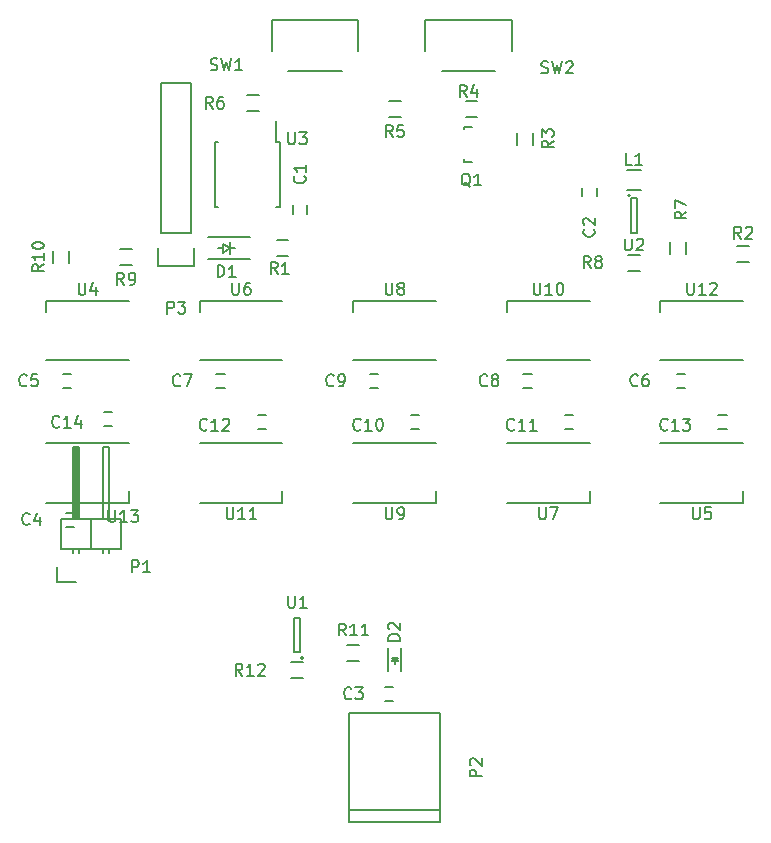
<source format=gto>
G04 #@! TF.FileFunction,Legend,Top*
%FSLAX46Y46*%
G04 Gerber Fmt 4.6, Leading zero omitted, Abs format (unit mm)*
G04 Created by KiCad (PCBNEW 4.0.2-stable) date 2016. 09. 14. 22:41:56*
%MOMM*%
G01*
G04 APERTURE LIST*
%ADD10C,0.100000*%
%ADD11C,0.150000*%
G04 APERTURE END LIST*
D10*
D11*
X41400000Y-34100000D02*
X41400000Y-33400000D01*
X42600000Y-33400000D02*
X42600000Y-34100000D01*
X67100000Y-31900000D02*
X67100000Y-32600000D01*
X65900000Y-32600000D02*
X65900000Y-31900000D01*
X49150000Y-74150000D02*
X49850000Y-74150000D01*
X49850000Y-75350000D02*
X49150000Y-75350000D01*
X22850000Y-60600000D02*
X22150000Y-60600000D01*
X22150000Y-59400000D02*
X22850000Y-59400000D01*
X22600000Y-48850000D02*
X21900000Y-48850000D01*
X21900000Y-47650000D02*
X22600000Y-47650000D01*
X77400000Y-51150000D02*
X78100000Y-51150000D01*
X78100000Y-52350000D02*
X77400000Y-52350000D01*
X35600000Y-48850000D02*
X34900000Y-48850000D01*
X34900000Y-47650000D02*
X35600000Y-47650000D01*
X64400000Y-51150000D02*
X65100000Y-51150000D01*
X65100000Y-52350000D02*
X64400000Y-52350000D01*
X48600000Y-48850000D02*
X47900000Y-48850000D01*
X47900000Y-47650000D02*
X48600000Y-47650000D01*
X51400000Y-51150000D02*
X52100000Y-51150000D01*
X52100000Y-52350000D02*
X51400000Y-52350000D01*
X61600000Y-48850000D02*
X60900000Y-48850000D01*
X60900000Y-47650000D02*
X61600000Y-47650000D01*
X38400000Y-51150000D02*
X39100000Y-51150000D01*
X39100000Y-52350000D02*
X38400000Y-52350000D01*
X74600000Y-48850000D02*
X73900000Y-48850000D01*
X73900000Y-47650000D02*
X74600000Y-47650000D01*
X25400000Y-50900000D02*
X26100000Y-50900000D01*
X26100000Y-52100000D02*
X25400000Y-52100000D01*
X35432500Y-37000000D02*
X35051500Y-37000000D01*
X36448500Y-37000000D02*
X36067500Y-37000000D01*
X36067500Y-37000000D02*
X35432500Y-37381000D01*
X35432500Y-37381000D02*
X35432500Y-36619000D01*
X35432500Y-36619000D02*
X36067500Y-37000000D01*
X36067500Y-37508000D02*
X36067500Y-36492000D01*
X37750000Y-36100000D02*
X34210000Y-36100000D01*
X37750000Y-37900000D02*
X34210000Y-37900000D01*
X69650000Y-30375000D02*
X70850000Y-30375000D01*
X70850000Y-32125000D02*
X69650000Y-32125000D01*
X21450000Y-65300000D02*
X23000000Y-65300000D01*
X21450000Y-64000000D02*
X21450000Y-65300000D01*
X22873000Y-59809000D02*
X22873000Y-53967000D01*
X22873000Y-53967000D02*
X23127000Y-53967000D01*
X23127000Y-53967000D02*
X23127000Y-59809000D01*
X23127000Y-59809000D02*
X23000000Y-59809000D01*
X23000000Y-59809000D02*
X23000000Y-53967000D01*
X22746000Y-62476000D02*
X22746000Y-62857000D01*
X23254000Y-62476000D02*
X23254000Y-62857000D01*
X25286000Y-62476000D02*
X25286000Y-62857000D01*
X25794000Y-62476000D02*
X25794000Y-62857000D01*
X21730000Y-62476000D02*
X21730000Y-59936000D01*
X24270000Y-62476000D02*
X24270000Y-59936000D01*
X24270000Y-62476000D02*
X26810000Y-62476000D01*
X26810000Y-62476000D02*
X26810000Y-59936000D01*
X25286000Y-59936000D02*
X25286000Y-53840000D01*
X25286000Y-53840000D02*
X25794000Y-53840000D01*
X25794000Y-53840000D02*
X25794000Y-59936000D01*
X26810000Y-59936000D02*
X24270000Y-59936000D01*
X24270000Y-59936000D02*
X21730000Y-59936000D01*
X23254000Y-53840000D02*
X23254000Y-59936000D01*
X22746000Y-53840000D02*
X23254000Y-53840000D01*
X22746000Y-59936000D02*
X22746000Y-53840000D01*
X24270000Y-62476000D02*
X24270000Y-59936000D01*
X21730000Y-62476000D02*
X24270000Y-62476000D01*
X46149360Y-84599180D02*
X53850640Y-84599180D01*
X46149360Y-85599940D02*
X53850640Y-85599940D01*
X53850640Y-85599940D02*
X53850640Y-76400060D01*
X53850640Y-76400060D02*
X46149360Y-76400060D01*
X46149360Y-76400060D02*
X46149360Y-85599940D01*
X30230000Y-35730000D02*
X30230000Y-23030000D01*
X30230000Y-23030000D02*
X32770000Y-23030000D01*
X32770000Y-23030000D02*
X32770000Y-35730000D01*
X29950000Y-38550000D02*
X29950000Y-37000000D01*
X30230000Y-35730000D02*
X32770000Y-35730000D01*
X33050000Y-37000000D02*
X33050000Y-38550000D01*
X33050000Y-38550000D02*
X29950000Y-38550000D01*
X56550800Y-29749820D02*
X55849760Y-29749820D01*
X55849760Y-29749820D02*
X55849760Y-29500900D01*
X55849760Y-26950840D02*
X55849760Y-26750180D01*
X55849760Y-26750180D02*
X56550800Y-26750180D01*
X41000000Y-37675000D02*
X40000000Y-37675000D01*
X40000000Y-36325000D02*
X41000000Y-36325000D01*
X79000000Y-36825000D02*
X80000000Y-36825000D01*
X80000000Y-38175000D02*
X79000000Y-38175000D01*
X61675000Y-27250000D02*
X61675000Y-28250000D01*
X60325000Y-28250000D02*
X60325000Y-27250000D01*
X57000000Y-25925000D02*
X56000000Y-25925000D01*
X56000000Y-24575000D02*
X57000000Y-24575000D01*
X49500000Y-24575000D02*
X50500000Y-24575000D01*
X50500000Y-25925000D02*
X49500000Y-25925000D01*
X38500000Y-25425000D02*
X37500000Y-25425000D01*
X37500000Y-24075000D02*
X38500000Y-24075000D01*
X73325000Y-37500000D02*
X73325000Y-36500000D01*
X74675000Y-36500000D02*
X74675000Y-37500000D01*
X69750000Y-37575000D02*
X70750000Y-37575000D01*
X70750000Y-38925000D02*
X69750000Y-38925000D01*
X26750000Y-37075000D02*
X27750000Y-37075000D01*
X27750000Y-38425000D02*
X26750000Y-38425000D01*
X22425000Y-37250000D02*
X22425000Y-38250000D01*
X21075000Y-38250000D02*
X21075000Y-37250000D01*
X39603000Y-17730000D02*
X46900000Y-17730000D01*
X46900000Y-17730000D02*
X46900000Y-20300000D01*
X41000000Y-22030000D02*
X45500000Y-22030000D01*
X39603000Y-17730000D02*
X39603000Y-20300000D01*
X52603000Y-17730000D02*
X59900000Y-17730000D01*
X59900000Y-17730000D02*
X59900000Y-20300000D01*
X54000000Y-22030000D02*
X58500000Y-22030000D01*
X52603000Y-17730000D02*
X52603000Y-20300000D01*
X42250000Y-71700000D02*
G75*
G03X42250000Y-71700000I-100000J0D01*
G01*
X41500000Y-71200000D02*
X42000000Y-71200000D01*
X41500000Y-68300000D02*
X41500000Y-71200000D01*
X42000000Y-68300000D02*
X41500000Y-68300000D01*
X42000000Y-71200000D02*
X42000000Y-68300000D01*
X69950000Y-32550000D02*
G75*
G03X69950000Y-32550000I-100000J0D01*
G01*
X70500000Y-32800000D02*
X70000000Y-32800000D01*
X70500000Y-35700000D02*
X70500000Y-32800000D01*
X70000000Y-35700000D02*
X70500000Y-35700000D01*
X70000000Y-32800000D02*
X70000000Y-35700000D01*
X40255000Y-28000000D02*
X39955000Y-28000000D01*
X40255000Y-33500000D02*
X39955000Y-33500000D01*
X34745000Y-33500000D02*
X35045000Y-33500000D01*
X34745000Y-28000000D02*
X35045000Y-28000000D01*
X40255000Y-28000000D02*
X40255000Y-33500000D01*
X34745000Y-28000000D02*
X34745000Y-33500000D01*
X39955000Y-28000000D02*
X39955000Y-26250000D01*
X20500000Y-46500000D02*
X27500000Y-46500000D01*
X20500000Y-42450000D02*
X20500000Y-41450000D01*
X20500000Y-41450000D02*
X27500000Y-41450000D01*
X79500000Y-53500000D02*
X72500000Y-53500000D01*
X79500000Y-57550000D02*
X79500000Y-58550000D01*
X79500000Y-58550000D02*
X72500000Y-58550000D01*
X33500000Y-46500000D02*
X40500000Y-46500000D01*
X33500000Y-42450000D02*
X33500000Y-41450000D01*
X33500000Y-41450000D02*
X40500000Y-41450000D01*
X66500000Y-53500000D02*
X59500000Y-53500000D01*
X66500000Y-57550000D02*
X66500000Y-58550000D01*
X66500000Y-58550000D02*
X59500000Y-58550000D01*
X46500000Y-46500000D02*
X53500000Y-46500000D01*
X46500000Y-42450000D02*
X46500000Y-41450000D01*
X46500000Y-41450000D02*
X53500000Y-41450000D01*
X53500000Y-53500000D02*
X46500000Y-53500000D01*
X53500000Y-57550000D02*
X53500000Y-58550000D01*
X53500000Y-58550000D02*
X46500000Y-58550000D01*
X59500000Y-46500000D02*
X66500000Y-46500000D01*
X59500000Y-42450000D02*
X59500000Y-41450000D01*
X59500000Y-41450000D02*
X66500000Y-41450000D01*
X40500000Y-53500000D02*
X33500000Y-53500000D01*
X40500000Y-57550000D02*
X40500000Y-58550000D01*
X40500000Y-58550000D02*
X33500000Y-58550000D01*
X72500000Y-46500000D02*
X79500000Y-46500000D01*
X72500000Y-42450000D02*
X72500000Y-41450000D01*
X72500000Y-41450000D02*
X79500000Y-41450000D01*
X27500000Y-53500000D02*
X20500000Y-53500000D01*
X27500000Y-57550000D02*
X27500000Y-58550000D01*
X27500000Y-58550000D02*
X20500000Y-58550000D01*
X49450000Y-70900000D02*
X49450000Y-72800000D01*
X50550000Y-70900000D02*
X50550000Y-72800000D01*
X50000000Y-71800000D02*
X50000000Y-72250000D01*
X50250000Y-71750000D02*
X49750000Y-71750000D01*
X50000000Y-71750000D02*
X50250000Y-72000000D01*
X50250000Y-72000000D02*
X49750000Y-72000000D01*
X49750000Y-72000000D02*
X50000000Y-71750000D01*
X47000000Y-71925000D02*
X46000000Y-71925000D01*
X46000000Y-70575000D02*
X47000000Y-70575000D01*
X42250000Y-73425000D02*
X41250000Y-73425000D01*
X41250000Y-72075000D02*
X42250000Y-72075000D01*
X42357143Y-30916666D02*
X42404762Y-30964285D01*
X42452381Y-31107142D01*
X42452381Y-31202380D01*
X42404762Y-31345238D01*
X42309524Y-31440476D01*
X42214286Y-31488095D01*
X42023810Y-31535714D01*
X41880952Y-31535714D01*
X41690476Y-31488095D01*
X41595238Y-31440476D01*
X41500000Y-31345238D01*
X41452381Y-31202380D01*
X41452381Y-31107142D01*
X41500000Y-30964285D01*
X41547619Y-30916666D01*
X42452381Y-29964285D02*
X42452381Y-30535714D01*
X42452381Y-30250000D02*
X41452381Y-30250000D01*
X41595238Y-30345238D01*
X41690476Y-30440476D01*
X41738095Y-30535714D01*
X66857143Y-35416666D02*
X66904762Y-35464285D01*
X66952381Y-35607142D01*
X66952381Y-35702380D01*
X66904762Y-35845238D01*
X66809524Y-35940476D01*
X66714286Y-35988095D01*
X66523810Y-36035714D01*
X66380952Y-36035714D01*
X66190476Y-35988095D01*
X66095238Y-35940476D01*
X66000000Y-35845238D01*
X65952381Y-35702380D01*
X65952381Y-35607142D01*
X66000000Y-35464285D01*
X66047619Y-35416666D01*
X66047619Y-35035714D02*
X66000000Y-34988095D01*
X65952381Y-34892857D01*
X65952381Y-34654761D01*
X66000000Y-34559523D01*
X66047619Y-34511904D01*
X66142857Y-34464285D01*
X66238095Y-34464285D01*
X66380952Y-34511904D01*
X66952381Y-35083333D01*
X66952381Y-34464285D01*
X46333334Y-75107143D02*
X46285715Y-75154762D01*
X46142858Y-75202381D01*
X46047620Y-75202381D01*
X45904762Y-75154762D01*
X45809524Y-75059524D01*
X45761905Y-74964286D01*
X45714286Y-74773810D01*
X45714286Y-74630952D01*
X45761905Y-74440476D01*
X45809524Y-74345238D01*
X45904762Y-74250000D01*
X46047620Y-74202381D01*
X46142858Y-74202381D01*
X46285715Y-74250000D01*
X46333334Y-74297619D01*
X46666667Y-74202381D02*
X47285715Y-74202381D01*
X46952381Y-74583333D01*
X47095239Y-74583333D01*
X47190477Y-74630952D01*
X47238096Y-74678571D01*
X47285715Y-74773810D01*
X47285715Y-75011905D01*
X47238096Y-75107143D01*
X47190477Y-75154762D01*
X47095239Y-75202381D01*
X46809524Y-75202381D01*
X46714286Y-75154762D01*
X46666667Y-75107143D01*
X19083334Y-60357143D02*
X19035715Y-60404762D01*
X18892858Y-60452381D01*
X18797620Y-60452381D01*
X18654762Y-60404762D01*
X18559524Y-60309524D01*
X18511905Y-60214286D01*
X18464286Y-60023810D01*
X18464286Y-59880952D01*
X18511905Y-59690476D01*
X18559524Y-59595238D01*
X18654762Y-59500000D01*
X18797620Y-59452381D01*
X18892858Y-59452381D01*
X19035715Y-59500000D01*
X19083334Y-59547619D01*
X19940477Y-59785714D02*
X19940477Y-60452381D01*
X19702381Y-59404762D02*
X19464286Y-60119048D01*
X20083334Y-60119048D01*
X18833334Y-48607143D02*
X18785715Y-48654762D01*
X18642858Y-48702381D01*
X18547620Y-48702381D01*
X18404762Y-48654762D01*
X18309524Y-48559524D01*
X18261905Y-48464286D01*
X18214286Y-48273810D01*
X18214286Y-48130952D01*
X18261905Y-47940476D01*
X18309524Y-47845238D01*
X18404762Y-47750000D01*
X18547620Y-47702381D01*
X18642858Y-47702381D01*
X18785715Y-47750000D01*
X18833334Y-47797619D01*
X19738096Y-47702381D02*
X19261905Y-47702381D01*
X19214286Y-48178571D01*
X19261905Y-48130952D01*
X19357143Y-48083333D01*
X19595239Y-48083333D01*
X19690477Y-48130952D01*
X19738096Y-48178571D01*
X19785715Y-48273810D01*
X19785715Y-48511905D01*
X19738096Y-48607143D01*
X19690477Y-48654762D01*
X19595239Y-48702381D01*
X19357143Y-48702381D01*
X19261905Y-48654762D01*
X19214286Y-48607143D01*
X70583334Y-48607143D02*
X70535715Y-48654762D01*
X70392858Y-48702381D01*
X70297620Y-48702381D01*
X70154762Y-48654762D01*
X70059524Y-48559524D01*
X70011905Y-48464286D01*
X69964286Y-48273810D01*
X69964286Y-48130952D01*
X70011905Y-47940476D01*
X70059524Y-47845238D01*
X70154762Y-47750000D01*
X70297620Y-47702381D01*
X70392858Y-47702381D01*
X70535715Y-47750000D01*
X70583334Y-47797619D01*
X71440477Y-47702381D02*
X71250000Y-47702381D01*
X71154762Y-47750000D01*
X71107143Y-47797619D01*
X71011905Y-47940476D01*
X70964286Y-48130952D01*
X70964286Y-48511905D01*
X71011905Y-48607143D01*
X71059524Y-48654762D01*
X71154762Y-48702381D01*
X71345239Y-48702381D01*
X71440477Y-48654762D01*
X71488096Y-48607143D01*
X71535715Y-48511905D01*
X71535715Y-48273810D01*
X71488096Y-48178571D01*
X71440477Y-48130952D01*
X71345239Y-48083333D01*
X71154762Y-48083333D01*
X71059524Y-48130952D01*
X71011905Y-48178571D01*
X70964286Y-48273810D01*
X31833334Y-48607143D02*
X31785715Y-48654762D01*
X31642858Y-48702381D01*
X31547620Y-48702381D01*
X31404762Y-48654762D01*
X31309524Y-48559524D01*
X31261905Y-48464286D01*
X31214286Y-48273810D01*
X31214286Y-48130952D01*
X31261905Y-47940476D01*
X31309524Y-47845238D01*
X31404762Y-47750000D01*
X31547620Y-47702381D01*
X31642858Y-47702381D01*
X31785715Y-47750000D01*
X31833334Y-47797619D01*
X32166667Y-47702381D02*
X32833334Y-47702381D01*
X32404762Y-48702381D01*
X57833334Y-48607143D02*
X57785715Y-48654762D01*
X57642858Y-48702381D01*
X57547620Y-48702381D01*
X57404762Y-48654762D01*
X57309524Y-48559524D01*
X57261905Y-48464286D01*
X57214286Y-48273810D01*
X57214286Y-48130952D01*
X57261905Y-47940476D01*
X57309524Y-47845238D01*
X57404762Y-47750000D01*
X57547620Y-47702381D01*
X57642858Y-47702381D01*
X57785715Y-47750000D01*
X57833334Y-47797619D01*
X58404762Y-48130952D02*
X58309524Y-48083333D01*
X58261905Y-48035714D01*
X58214286Y-47940476D01*
X58214286Y-47892857D01*
X58261905Y-47797619D01*
X58309524Y-47750000D01*
X58404762Y-47702381D01*
X58595239Y-47702381D01*
X58690477Y-47750000D01*
X58738096Y-47797619D01*
X58785715Y-47892857D01*
X58785715Y-47940476D01*
X58738096Y-48035714D01*
X58690477Y-48083333D01*
X58595239Y-48130952D01*
X58404762Y-48130952D01*
X58309524Y-48178571D01*
X58261905Y-48226190D01*
X58214286Y-48321429D01*
X58214286Y-48511905D01*
X58261905Y-48607143D01*
X58309524Y-48654762D01*
X58404762Y-48702381D01*
X58595239Y-48702381D01*
X58690477Y-48654762D01*
X58738096Y-48607143D01*
X58785715Y-48511905D01*
X58785715Y-48321429D01*
X58738096Y-48226190D01*
X58690477Y-48178571D01*
X58595239Y-48130952D01*
X44833334Y-48607143D02*
X44785715Y-48654762D01*
X44642858Y-48702381D01*
X44547620Y-48702381D01*
X44404762Y-48654762D01*
X44309524Y-48559524D01*
X44261905Y-48464286D01*
X44214286Y-48273810D01*
X44214286Y-48130952D01*
X44261905Y-47940476D01*
X44309524Y-47845238D01*
X44404762Y-47750000D01*
X44547620Y-47702381D01*
X44642858Y-47702381D01*
X44785715Y-47750000D01*
X44833334Y-47797619D01*
X45309524Y-48702381D02*
X45500000Y-48702381D01*
X45595239Y-48654762D01*
X45642858Y-48607143D01*
X45738096Y-48464286D01*
X45785715Y-48273810D01*
X45785715Y-47892857D01*
X45738096Y-47797619D01*
X45690477Y-47750000D01*
X45595239Y-47702381D01*
X45404762Y-47702381D01*
X45309524Y-47750000D01*
X45261905Y-47797619D01*
X45214286Y-47892857D01*
X45214286Y-48130952D01*
X45261905Y-48226190D01*
X45309524Y-48273810D01*
X45404762Y-48321429D01*
X45595239Y-48321429D01*
X45690477Y-48273810D01*
X45738096Y-48226190D01*
X45785715Y-48130952D01*
X47107143Y-52357143D02*
X47059524Y-52404762D01*
X46916667Y-52452381D01*
X46821429Y-52452381D01*
X46678571Y-52404762D01*
X46583333Y-52309524D01*
X46535714Y-52214286D01*
X46488095Y-52023810D01*
X46488095Y-51880952D01*
X46535714Y-51690476D01*
X46583333Y-51595238D01*
X46678571Y-51500000D01*
X46821429Y-51452381D01*
X46916667Y-51452381D01*
X47059524Y-51500000D01*
X47107143Y-51547619D01*
X48059524Y-52452381D02*
X47488095Y-52452381D01*
X47773809Y-52452381D02*
X47773809Y-51452381D01*
X47678571Y-51595238D01*
X47583333Y-51690476D01*
X47488095Y-51738095D01*
X48678571Y-51452381D02*
X48773810Y-51452381D01*
X48869048Y-51500000D01*
X48916667Y-51547619D01*
X48964286Y-51642857D01*
X49011905Y-51833333D01*
X49011905Y-52071429D01*
X48964286Y-52261905D01*
X48916667Y-52357143D01*
X48869048Y-52404762D01*
X48773810Y-52452381D01*
X48678571Y-52452381D01*
X48583333Y-52404762D01*
X48535714Y-52357143D01*
X48488095Y-52261905D01*
X48440476Y-52071429D01*
X48440476Y-51833333D01*
X48488095Y-51642857D01*
X48535714Y-51547619D01*
X48583333Y-51500000D01*
X48678571Y-51452381D01*
X60107143Y-52357143D02*
X60059524Y-52404762D01*
X59916667Y-52452381D01*
X59821429Y-52452381D01*
X59678571Y-52404762D01*
X59583333Y-52309524D01*
X59535714Y-52214286D01*
X59488095Y-52023810D01*
X59488095Y-51880952D01*
X59535714Y-51690476D01*
X59583333Y-51595238D01*
X59678571Y-51500000D01*
X59821429Y-51452381D01*
X59916667Y-51452381D01*
X60059524Y-51500000D01*
X60107143Y-51547619D01*
X61059524Y-52452381D02*
X60488095Y-52452381D01*
X60773809Y-52452381D02*
X60773809Y-51452381D01*
X60678571Y-51595238D01*
X60583333Y-51690476D01*
X60488095Y-51738095D01*
X62011905Y-52452381D02*
X61440476Y-52452381D01*
X61726190Y-52452381D02*
X61726190Y-51452381D01*
X61630952Y-51595238D01*
X61535714Y-51690476D01*
X61440476Y-51738095D01*
X34107143Y-52357143D02*
X34059524Y-52404762D01*
X33916667Y-52452381D01*
X33821429Y-52452381D01*
X33678571Y-52404762D01*
X33583333Y-52309524D01*
X33535714Y-52214286D01*
X33488095Y-52023810D01*
X33488095Y-51880952D01*
X33535714Y-51690476D01*
X33583333Y-51595238D01*
X33678571Y-51500000D01*
X33821429Y-51452381D01*
X33916667Y-51452381D01*
X34059524Y-51500000D01*
X34107143Y-51547619D01*
X35059524Y-52452381D02*
X34488095Y-52452381D01*
X34773809Y-52452381D02*
X34773809Y-51452381D01*
X34678571Y-51595238D01*
X34583333Y-51690476D01*
X34488095Y-51738095D01*
X35440476Y-51547619D02*
X35488095Y-51500000D01*
X35583333Y-51452381D01*
X35821429Y-51452381D01*
X35916667Y-51500000D01*
X35964286Y-51547619D01*
X36011905Y-51642857D01*
X36011905Y-51738095D01*
X35964286Y-51880952D01*
X35392857Y-52452381D01*
X36011905Y-52452381D01*
X73107143Y-52357143D02*
X73059524Y-52404762D01*
X72916667Y-52452381D01*
X72821429Y-52452381D01*
X72678571Y-52404762D01*
X72583333Y-52309524D01*
X72535714Y-52214286D01*
X72488095Y-52023810D01*
X72488095Y-51880952D01*
X72535714Y-51690476D01*
X72583333Y-51595238D01*
X72678571Y-51500000D01*
X72821429Y-51452381D01*
X72916667Y-51452381D01*
X73059524Y-51500000D01*
X73107143Y-51547619D01*
X74059524Y-52452381D02*
X73488095Y-52452381D01*
X73773809Y-52452381D02*
X73773809Y-51452381D01*
X73678571Y-51595238D01*
X73583333Y-51690476D01*
X73488095Y-51738095D01*
X74392857Y-51452381D02*
X75011905Y-51452381D01*
X74678571Y-51833333D01*
X74821429Y-51833333D01*
X74916667Y-51880952D01*
X74964286Y-51928571D01*
X75011905Y-52023810D01*
X75011905Y-52261905D01*
X74964286Y-52357143D01*
X74916667Y-52404762D01*
X74821429Y-52452381D01*
X74535714Y-52452381D01*
X74440476Y-52404762D01*
X74392857Y-52357143D01*
X21607143Y-52107143D02*
X21559524Y-52154762D01*
X21416667Y-52202381D01*
X21321429Y-52202381D01*
X21178571Y-52154762D01*
X21083333Y-52059524D01*
X21035714Y-51964286D01*
X20988095Y-51773810D01*
X20988095Y-51630952D01*
X21035714Y-51440476D01*
X21083333Y-51345238D01*
X21178571Y-51250000D01*
X21321429Y-51202381D01*
X21416667Y-51202381D01*
X21559524Y-51250000D01*
X21607143Y-51297619D01*
X22559524Y-52202381D02*
X21988095Y-52202381D01*
X22273809Y-52202381D02*
X22273809Y-51202381D01*
X22178571Y-51345238D01*
X22083333Y-51440476D01*
X21988095Y-51488095D01*
X23416667Y-51535714D02*
X23416667Y-52202381D01*
X23178571Y-51154762D02*
X22940476Y-51869048D01*
X23559524Y-51869048D01*
X35011905Y-39452381D02*
X35011905Y-38452381D01*
X35250000Y-38452381D01*
X35392858Y-38500000D01*
X35488096Y-38595238D01*
X35535715Y-38690476D01*
X35583334Y-38880952D01*
X35583334Y-39023810D01*
X35535715Y-39214286D01*
X35488096Y-39309524D01*
X35392858Y-39404762D01*
X35250000Y-39452381D01*
X35011905Y-39452381D01*
X36535715Y-39452381D02*
X35964286Y-39452381D01*
X36250000Y-39452381D02*
X36250000Y-38452381D01*
X36154762Y-38595238D01*
X36059524Y-38690476D01*
X35964286Y-38738095D01*
X70083334Y-29952381D02*
X69607143Y-29952381D01*
X69607143Y-28952381D01*
X70940477Y-29952381D02*
X70369048Y-29952381D01*
X70654762Y-29952381D02*
X70654762Y-28952381D01*
X70559524Y-29095238D01*
X70464286Y-29190476D01*
X70369048Y-29238095D01*
X27761905Y-64452381D02*
X27761905Y-63452381D01*
X28142858Y-63452381D01*
X28238096Y-63500000D01*
X28285715Y-63547619D01*
X28333334Y-63642857D01*
X28333334Y-63785714D01*
X28285715Y-63880952D01*
X28238096Y-63928571D01*
X28142858Y-63976190D01*
X27761905Y-63976190D01*
X29285715Y-64452381D02*
X28714286Y-64452381D01*
X29000000Y-64452381D02*
X29000000Y-63452381D01*
X28904762Y-63595238D01*
X28809524Y-63690476D01*
X28714286Y-63738095D01*
X57353561Y-81738095D02*
X56353561Y-81738095D01*
X56353561Y-81357142D01*
X56401180Y-81261904D01*
X56448799Y-81214285D01*
X56544037Y-81166666D01*
X56686894Y-81166666D01*
X56782132Y-81214285D01*
X56829751Y-81261904D01*
X56877370Y-81357142D01*
X56877370Y-81738095D01*
X56448799Y-80785714D02*
X56401180Y-80738095D01*
X56353561Y-80642857D01*
X56353561Y-80404761D01*
X56401180Y-80309523D01*
X56448799Y-80261904D01*
X56544037Y-80214285D01*
X56639275Y-80214285D01*
X56782132Y-80261904D01*
X57353561Y-80833333D01*
X57353561Y-80214285D01*
X30761905Y-42552381D02*
X30761905Y-41552381D01*
X31142858Y-41552381D01*
X31238096Y-41600000D01*
X31285715Y-41647619D01*
X31333334Y-41742857D01*
X31333334Y-41885714D01*
X31285715Y-41980952D01*
X31238096Y-42028571D01*
X31142858Y-42076190D01*
X30761905Y-42076190D01*
X31666667Y-41552381D02*
X32285715Y-41552381D01*
X31952381Y-41933333D01*
X32095239Y-41933333D01*
X32190477Y-41980952D01*
X32238096Y-42028571D01*
X32285715Y-42123810D01*
X32285715Y-42361905D01*
X32238096Y-42457143D01*
X32190477Y-42504762D01*
X32095239Y-42552381D01*
X31809524Y-42552381D01*
X31714286Y-42504762D01*
X31666667Y-42457143D01*
X56404762Y-31797619D02*
X56309524Y-31750000D01*
X56214286Y-31654762D01*
X56071429Y-31511905D01*
X55976190Y-31464286D01*
X55880952Y-31464286D01*
X55928571Y-31702381D02*
X55833333Y-31654762D01*
X55738095Y-31559524D01*
X55690476Y-31369048D01*
X55690476Y-31035714D01*
X55738095Y-30845238D01*
X55833333Y-30750000D01*
X55928571Y-30702381D01*
X56119048Y-30702381D01*
X56214286Y-30750000D01*
X56309524Y-30845238D01*
X56357143Y-31035714D01*
X56357143Y-31369048D01*
X56309524Y-31559524D01*
X56214286Y-31654762D01*
X56119048Y-31702381D01*
X55928571Y-31702381D01*
X57309524Y-31702381D02*
X56738095Y-31702381D01*
X57023809Y-31702381D02*
X57023809Y-30702381D01*
X56928571Y-30845238D01*
X56833333Y-30940476D01*
X56738095Y-30988095D01*
X40083334Y-39202381D02*
X39750000Y-38726190D01*
X39511905Y-39202381D02*
X39511905Y-38202381D01*
X39892858Y-38202381D01*
X39988096Y-38250000D01*
X40035715Y-38297619D01*
X40083334Y-38392857D01*
X40083334Y-38535714D01*
X40035715Y-38630952D01*
X39988096Y-38678571D01*
X39892858Y-38726190D01*
X39511905Y-38726190D01*
X41035715Y-39202381D02*
X40464286Y-39202381D01*
X40750000Y-39202381D02*
X40750000Y-38202381D01*
X40654762Y-38345238D01*
X40559524Y-38440476D01*
X40464286Y-38488095D01*
X79333334Y-36202381D02*
X79000000Y-35726190D01*
X78761905Y-36202381D02*
X78761905Y-35202381D01*
X79142858Y-35202381D01*
X79238096Y-35250000D01*
X79285715Y-35297619D01*
X79333334Y-35392857D01*
X79333334Y-35535714D01*
X79285715Y-35630952D01*
X79238096Y-35678571D01*
X79142858Y-35726190D01*
X78761905Y-35726190D01*
X79714286Y-35297619D02*
X79761905Y-35250000D01*
X79857143Y-35202381D01*
X80095239Y-35202381D01*
X80190477Y-35250000D01*
X80238096Y-35297619D01*
X80285715Y-35392857D01*
X80285715Y-35488095D01*
X80238096Y-35630952D01*
X79666667Y-36202381D01*
X80285715Y-36202381D01*
X63452381Y-27916666D02*
X62976190Y-28250000D01*
X63452381Y-28488095D02*
X62452381Y-28488095D01*
X62452381Y-28107142D01*
X62500000Y-28011904D01*
X62547619Y-27964285D01*
X62642857Y-27916666D01*
X62785714Y-27916666D01*
X62880952Y-27964285D01*
X62928571Y-28011904D01*
X62976190Y-28107142D01*
X62976190Y-28488095D01*
X62452381Y-27583333D02*
X62452381Y-26964285D01*
X62833333Y-27297619D01*
X62833333Y-27154761D01*
X62880952Y-27059523D01*
X62928571Y-27011904D01*
X63023810Y-26964285D01*
X63261905Y-26964285D01*
X63357143Y-27011904D01*
X63404762Y-27059523D01*
X63452381Y-27154761D01*
X63452381Y-27440476D01*
X63404762Y-27535714D01*
X63357143Y-27583333D01*
X56083334Y-24202381D02*
X55750000Y-23726190D01*
X55511905Y-24202381D02*
X55511905Y-23202381D01*
X55892858Y-23202381D01*
X55988096Y-23250000D01*
X56035715Y-23297619D01*
X56083334Y-23392857D01*
X56083334Y-23535714D01*
X56035715Y-23630952D01*
X55988096Y-23678571D01*
X55892858Y-23726190D01*
X55511905Y-23726190D01*
X56940477Y-23535714D02*
X56940477Y-24202381D01*
X56702381Y-23154762D02*
X56464286Y-23869048D01*
X57083334Y-23869048D01*
X49833334Y-27602381D02*
X49500000Y-27126190D01*
X49261905Y-27602381D02*
X49261905Y-26602381D01*
X49642858Y-26602381D01*
X49738096Y-26650000D01*
X49785715Y-26697619D01*
X49833334Y-26792857D01*
X49833334Y-26935714D01*
X49785715Y-27030952D01*
X49738096Y-27078571D01*
X49642858Y-27126190D01*
X49261905Y-27126190D01*
X50738096Y-26602381D02*
X50261905Y-26602381D01*
X50214286Y-27078571D01*
X50261905Y-27030952D01*
X50357143Y-26983333D01*
X50595239Y-26983333D01*
X50690477Y-27030952D01*
X50738096Y-27078571D01*
X50785715Y-27173810D01*
X50785715Y-27411905D01*
X50738096Y-27507143D01*
X50690477Y-27554762D01*
X50595239Y-27602381D01*
X50357143Y-27602381D01*
X50261905Y-27554762D01*
X50214286Y-27507143D01*
X34583334Y-25202381D02*
X34250000Y-24726190D01*
X34011905Y-25202381D02*
X34011905Y-24202381D01*
X34392858Y-24202381D01*
X34488096Y-24250000D01*
X34535715Y-24297619D01*
X34583334Y-24392857D01*
X34583334Y-24535714D01*
X34535715Y-24630952D01*
X34488096Y-24678571D01*
X34392858Y-24726190D01*
X34011905Y-24726190D01*
X35440477Y-24202381D02*
X35250000Y-24202381D01*
X35154762Y-24250000D01*
X35107143Y-24297619D01*
X35011905Y-24440476D01*
X34964286Y-24630952D01*
X34964286Y-25011905D01*
X35011905Y-25107143D01*
X35059524Y-25154762D01*
X35154762Y-25202381D01*
X35345239Y-25202381D01*
X35440477Y-25154762D01*
X35488096Y-25107143D01*
X35535715Y-25011905D01*
X35535715Y-24773810D01*
X35488096Y-24678571D01*
X35440477Y-24630952D01*
X35345239Y-24583333D01*
X35154762Y-24583333D01*
X35059524Y-24630952D01*
X35011905Y-24678571D01*
X34964286Y-24773810D01*
X74702381Y-33916666D02*
X74226190Y-34250000D01*
X74702381Y-34488095D02*
X73702381Y-34488095D01*
X73702381Y-34107142D01*
X73750000Y-34011904D01*
X73797619Y-33964285D01*
X73892857Y-33916666D01*
X74035714Y-33916666D01*
X74130952Y-33964285D01*
X74178571Y-34011904D01*
X74226190Y-34107142D01*
X74226190Y-34488095D01*
X73702381Y-33583333D02*
X73702381Y-32916666D01*
X74702381Y-33345238D01*
X66583334Y-38702381D02*
X66250000Y-38226190D01*
X66011905Y-38702381D02*
X66011905Y-37702381D01*
X66392858Y-37702381D01*
X66488096Y-37750000D01*
X66535715Y-37797619D01*
X66583334Y-37892857D01*
X66583334Y-38035714D01*
X66535715Y-38130952D01*
X66488096Y-38178571D01*
X66392858Y-38226190D01*
X66011905Y-38226190D01*
X67154762Y-38130952D02*
X67059524Y-38083333D01*
X67011905Y-38035714D01*
X66964286Y-37940476D01*
X66964286Y-37892857D01*
X67011905Y-37797619D01*
X67059524Y-37750000D01*
X67154762Y-37702381D01*
X67345239Y-37702381D01*
X67440477Y-37750000D01*
X67488096Y-37797619D01*
X67535715Y-37892857D01*
X67535715Y-37940476D01*
X67488096Y-38035714D01*
X67440477Y-38083333D01*
X67345239Y-38130952D01*
X67154762Y-38130952D01*
X67059524Y-38178571D01*
X67011905Y-38226190D01*
X66964286Y-38321429D01*
X66964286Y-38511905D01*
X67011905Y-38607143D01*
X67059524Y-38654762D01*
X67154762Y-38702381D01*
X67345239Y-38702381D01*
X67440477Y-38654762D01*
X67488096Y-38607143D01*
X67535715Y-38511905D01*
X67535715Y-38321429D01*
X67488096Y-38226190D01*
X67440477Y-38178571D01*
X67345239Y-38130952D01*
X27083334Y-40102381D02*
X26750000Y-39626190D01*
X26511905Y-40102381D02*
X26511905Y-39102381D01*
X26892858Y-39102381D01*
X26988096Y-39150000D01*
X27035715Y-39197619D01*
X27083334Y-39292857D01*
X27083334Y-39435714D01*
X27035715Y-39530952D01*
X26988096Y-39578571D01*
X26892858Y-39626190D01*
X26511905Y-39626190D01*
X27559524Y-40102381D02*
X27750000Y-40102381D01*
X27845239Y-40054762D01*
X27892858Y-40007143D01*
X27988096Y-39864286D01*
X28035715Y-39673810D01*
X28035715Y-39292857D01*
X27988096Y-39197619D01*
X27940477Y-39150000D01*
X27845239Y-39102381D01*
X27654762Y-39102381D01*
X27559524Y-39150000D01*
X27511905Y-39197619D01*
X27464286Y-39292857D01*
X27464286Y-39530952D01*
X27511905Y-39626190D01*
X27559524Y-39673810D01*
X27654762Y-39721429D01*
X27845239Y-39721429D01*
X27940477Y-39673810D01*
X27988096Y-39626190D01*
X28035715Y-39530952D01*
X20302381Y-38392857D02*
X19826190Y-38726191D01*
X20302381Y-38964286D02*
X19302381Y-38964286D01*
X19302381Y-38583333D01*
X19350000Y-38488095D01*
X19397619Y-38440476D01*
X19492857Y-38392857D01*
X19635714Y-38392857D01*
X19730952Y-38440476D01*
X19778571Y-38488095D01*
X19826190Y-38583333D01*
X19826190Y-38964286D01*
X20302381Y-37440476D02*
X20302381Y-38011905D01*
X20302381Y-37726191D02*
X19302381Y-37726191D01*
X19445238Y-37821429D01*
X19540476Y-37916667D01*
X19588095Y-38011905D01*
X19302381Y-36821429D02*
X19302381Y-36726190D01*
X19350000Y-36630952D01*
X19397619Y-36583333D01*
X19492857Y-36535714D01*
X19683333Y-36488095D01*
X19921429Y-36488095D01*
X20111905Y-36535714D01*
X20207143Y-36583333D01*
X20254762Y-36630952D01*
X20302381Y-36726190D01*
X20302381Y-36821429D01*
X20254762Y-36916667D01*
X20207143Y-36964286D01*
X20111905Y-37011905D01*
X19921429Y-37059524D01*
X19683333Y-37059524D01*
X19492857Y-37011905D01*
X19397619Y-36964286D01*
X19350000Y-36916667D01*
X19302381Y-36821429D01*
X34416667Y-21904762D02*
X34559524Y-21952381D01*
X34797620Y-21952381D01*
X34892858Y-21904762D01*
X34940477Y-21857143D01*
X34988096Y-21761905D01*
X34988096Y-21666667D01*
X34940477Y-21571429D01*
X34892858Y-21523810D01*
X34797620Y-21476190D01*
X34607143Y-21428571D01*
X34511905Y-21380952D01*
X34464286Y-21333333D01*
X34416667Y-21238095D01*
X34416667Y-21142857D01*
X34464286Y-21047619D01*
X34511905Y-21000000D01*
X34607143Y-20952381D01*
X34845239Y-20952381D01*
X34988096Y-21000000D01*
X35321429Y-20952381D02*
X35559524Y-21952381D01*
X35750001Y-21238095D01*
X35940477Y-21952381D01*
X36178572Y-20952381D01*
X37083334Y-21952381D02*
X36511905Y-21952381D01*
X36797619Y-21952381D02*
X36797619Y-20952381D01*
X36702381Y-21095238D01*
X36607143Y-21190476D01*
X36511905Y-21238095D01*
X62416667Y-22154762D02*
X62559524Y-22202381D01*
X62797620Y-22202381D01*
X62892858Y-22154762D01*
X62940477Y-22107143D01*
X62988096Y-22011905D01*
X62988096Y-21916667D01*
X62940477Y-21821429D01*
X62892858Y-21773810D01*
X62797620Y-21726190D01*
X62607143Y-21678571D01*
X62511905Y-21630952D01*
X62464286Y-21583333D01*
X62416667Y-21488095D01*
X62416667Y-21392857D01*
X62464286Y-21297619D01*
X62511905Y-21250000D01*
X62607143Y-21202381D01*
X62845239Y-21202381D01*
X62988096Y-21250000D01*
X63321429Y-21202381D02*
X63559524Y-22202381D01*
X63750001Y-21488095D01*
X63940477Y-22202381D01*
X64178572Y-21202381D01*
X64511905Y-21297619D02*
X64559524Y-21250000D01*
X64654762Y-21202381D01*
X64892858Y-21202381D01*
X64988096Y-21250000D01*
X65035715Y-21297619D01*
X65083334Y-21392857D01*
X65083334Y-21488095D01*
X65035715Y-21630952D01*
X64464286Y-22202381D01*
X65083334Y-22202381D01*
X40988095Y-66452381D02*
X40988095Y-67261905D01*
X41035714Y-67357143D01*
X41083333Y-67404762D01*
X41178571Y-67452381D01*
X41369048Y-67452381D01*
X41464286Y-67404762D01*
X41511905Y-67357143D01*
X41559524Y-67261905D01*
X41559524Y-66452381D01*
X42559524Y-67452381D02*
X41988095Y-67452381D01*
X42273809Y-67452381D02*
X42273809Y-66452381D01*
X42178571Y-66595238D01*
X42083333Y-66690476D01*
X41988095Y-66738095D01*
X69488095Y-36202381D02*
X69488095Y-37011905D01*
X69535714Y-37107143D01*
X69583333Y-37154762D01*
X69678571Y-37202381D01*
X69869048Y-37202381D01*
X69964286Y-37154762D01*
X70011905Y-37107143D01*
X70059524Y-37011905D01*
X70059524Y-36202381D01*
X70488095Y-36297619D02*
X70535714Y-36250000D01*
X70630952Y-36202381D01*
X70869048Y-36202381D01*
X70964286Y-36250000D01*
X71011905Y-36297619D01*
X71059524Y-36392857D01*
X71059524Y-36488095D01*
X71011905Y-36630952D01*
X70440476Y-37202381D01*
X71059524Y-37202381D01*
X40988095Y-27202381D02*
X40988095Y-28011905D01*
X41035714Y-28107143D01*
X41083333Y-28154762D01*
X41178571Y-28202381D01*
X41369048Y-28202381D01*
X41464286Y-28154762D01*
X41511905Y-28107143D01*
X41559524Y-28011905D01*
X41559524Y-27202381D01*
X41940476Y-27202381D02*
X42559524Y-27202381D01*
X42226190Y-27583333D01*
X42369048Y-27583333D01*
X42464286Y-27630952D01*
X42511905Y-27678571D01*
X42559524Y-27773810D01*
X42559524Y-28011905D01*
X42511905Y-28107143D01*
X42464286Y-28154762D01*
X42369048Y-28202381D01*
X42083333Y-28202381D01*
X41988095Y-28154762D01*
X41940476Y-28107143D01*
X23238095Y-39952381D02*
X23238095Y-40761905D01*
X23285714Y-40857143D01*
X23333333Y-40904762D01*
X23428571Y-40952381D01*
X23619048Y-40952381D01*
X23714286Y-40904762D01*
X23761905Y-40857143D01*
X23809524Y-40761905D01*
X23809524Y-39952381D01*
X24714286Y-40285714D02*
X24714286Y-40952381D01*
X24476190Y-39904762D02*
X24238095Y-40619048D01*
X24857143Y-40619048D01*
X75238095Y-58952381D02*
X75238095Y-59761905D01*
X75285714Y-59857143D01*
X75333333Y-59904762D01*
X75428571Y-59952381D01*
X75619048Y-59952381D01*
X75714286Y-59904762D01*
X75761905Y-59857143D01*
X75809524Y-59761905D01*
X75809524Y-58952381D01*
X76761905Y-58952381D02*
X76285714Y-58952381D01*
X76238095Y-59428571D01*
X76285714Y-59380952D01*
X76380952Y-59333333D01*
X76619048Y-59333333D01*
X76714286Y-59380952D01*
X76761905Y-59428571D01*
X76809524Y-59523810D01*
X76809524Y-59761905D01*
X76761905Y-59857143D01*
X76714286Y-59904762D01*
X76619048Y-59952381D01*
X76380952Y-59952381D01*
X76285714Y-59904762D01*
X76238095Y-59857143D01*
X36238095Y-39952381D02*
X36238095Y-40761905D01*
X36285714Y-40857143D01*
X36333333Y-40904762D01*
X36428571Y-40952381D01*
X36619048Y-40952381D01*
X36714286Y-40904762D01*
X36761905Y-40857143D01*
X36809524Y-40761905D01*
X36809524Y-39952381D01*
X37714286Y-39952381D02*
X37523809Y-39952381D01*
X37428571Y-40000000D01*
X37380952Y-40047619D01*
X37285714Y-40190476D01*
X37238095Y-40380952D01*
X37238095Y-40761905D01*
X37285714Y-40857143D01*
X37333333Y-40904762D01*
X37428571Y-40952381D01*
X37619048Y-40952381D01*
X37714286Y-40904762D01*
X37761905Y-40857143D01*
X37809524Y-40761905D01*
X37809524Y-40523810D01*
X37761905Y-40428571D01*
X37714286Y-40380952D01*
X37619048Y-40333333D01*
X37428571Y-40333333D01*
X37333333Y-40380952D01*
X37285714Y-40428571D01*
X37238095Y-40523810D01*
X62238095Y-58952381D02*
X62238095Y-59761905D01*
X62285714Y-59857143D01*
X62333333Y-59904762D01*
X62428571Y-59952381D01*
X62619048Y-59952381D01*
X62714286Y-59904762D01*
X62761905Y-59857143D01*
X62809524Y-59761905D01*
X62809524Y-58952381D01*
X63190476Y-58952381D02*
X63857143Y-58952381D01*
X63428571Y-59952381D01*
X49238095Y-39952381D02*
X49238095Y-40761905D01*
X49285714Y-40857143D01*
X49333333Y-40904762D01*
X49428571Y-40952381D01*
X49619048Y-40952381D01*
X49714286Y-40904762D01*
X49761905Y-40857143D01*
X49809524Y-40761905D01*
X49809524Y-39952381D01*
X50428571Y-40380952D02*
X50333333Y-40333333D01*
X50285714Y-40285714D01*
X50238095Y-40190476D01*
X50238095Y-40142857D01*
X50285714Y-40047619D01*
X50333333Y-40000000D01*
X50428571Y-39952381D01*
X50619048Y-39952381D01*
X50714286Y-40000000D01*
X50761905Y-40047619D01*
X50809524Y-40142857D01*
X50809524Y-40190476D01*
X50761905Y-40285714D01*
X50714286Y-40333333D01*
X50619048Y-40380952D01*
X50428571Y-40380952D01*
X50333333Y-40428571D01*
X50285714Y-40476190D01*
X50238095Y-40571429D01*
X50238095Y-40761905D01*
X50285714Y-40857143D01*
X50333333Y-40904762D01*
X50428571Y-40952381D01*
X50619048Y-40952381D01*
X50714286Y-40904762D01*
X50761905Y-40857143D01*
X50809524Y-40761905D01*
X50809524Y-40571429D01*
X50761905Y-40476190D01*
X50714286Y-40428571D01*
X50619048Y-40380952D01*
X49238095Y-58952381D02*
X49238095Y-59761905D01*
X49285714Y-59857143D01*
X49333333Y-59904762D01*
X49428571Y-59952381D01*
X49619048Y-59952381D01*
X49714286Y-59904762D01*
X49761905Y-59857143D01*
X49809524Y-59761905D01*
X49809524Y-58952381D01*
X50333333Y-59952381D02*
X50523809Y-59952381D01*
X50619048Y-59904762D01*
X50666667Y-59857143D01*
X50761905Y-59714286D01*
X50809524Y-59523810D01*
X50809524Y-59142857D01*
X50761905Y-59047619D01*
X50714286Y-59000000D01*
X50619048Y-58952381D01*
X50428571Y-58952381D01*
X50333333Y-59000000D01*
X50285714Y-59047619D01*
X50238095Y-59142857D01*
X50238095Y-59380952D01*
X50285714Y-59476190D01*
X50333333Y-59523810D01*
X50428571Y-59571429D01*
X50619048Y-59571429D01*
X50714286Y-59523810D01*
X50761905Y-59476190D01*
X50809524Y-59380952D01*
X61761905Y-39952381D02*
X61761905Y-40761905D01*
X61809524Y-40857143D01*
X61857143Y-40904762D01*
X61952381Y-40952381D01*
X62142858Y-40952381D01*
X62238096Y-40904762D01*
X62285715Y-40857143D01*
X62333334Y-40761905D01*
X62333334Y-39952381D01*
X63333334Y-40952381D02*
X62761905Y-40952381D01*
X63047619Y-40952381D02*
X63047619Y-39952381D01*
X62952381Y-40095238D01*
X62857143Y-40190476D01*
X62761905Y-40238095D01*
X63952381Y-39952381D02*
X64047620Y-39952381D01*
X64142858Y-40000000D01*
X64190477Y-40047619D01*
X64238096Y-40142857D01*
X64285715Y-40333333D01*
X64285715Y-40571429D01*
X64238096Y-40761905D01*
X64190477Y-40857143D01*
X64142858Y-40904762D01*
X64047620Y-40952381D01*
X63952381Y-40952381D01*
X63857143Y-40904762D01*
X63809524Y-40857143D01*
X63761905Y-40761905D01*
X63714286Y-40571429D01*
X63714286Y-40333333D01*
X63761905Y-40142857D01*
X63809524Y-40047619D01*
X63857143Y-40000000D01*
X63952381Y-39952381D01*
X35761905Y-58952381D02*
X35761905Y-59761905D01*
X35809524Y-59857143D01*
X35857143Y-59904762D01*
X35952381Y-59952381D01*
X36142858Y-59952381D01*
X36238096Y-59904762D01*
X36285715Y-59857143D01*
X36333334Y-59761905D01*
X36333334Y-58952381D01*
X37333334Y-59952381D02*
X36761905Y-59952381D01*
X37047619Y-59952381D02*
X37047619Y-58952381D01*
X36952381Y-59095238D01*
X36857143Y-59190476D01*
X36761905Y-59238095D01*
X38285715Y-59952381D02*
X37714286Y-59952381D01*
X38000000Y-59952381D02*
X38000000Y-58952381D01*
X37904762Y-59095238D01*
X37809524Y-59190476D01*
X37714286Y-59238095D01*
X74761905Y-39952381D02*
X74761905Y-40761905D01*
X74809524Y-40857143D01*
X74857143Y-40904762D01*
X74952381Y-40952381D01*
X75142858Y-40952381D01*
X75238096Y-40904762D01*
X75285715Y-40857143D01*
X75333334Y-40761905D01*
X75333334Y-39952381D01*
X76333334Y-40952381D02*
X75761905Y-40952381D01*
X76047619Y-40952381D02*
X76047619Y-39952381D01*
X75952381Y-40095238D01*
X75857143Y-40190476D01*
X75761905Y-40238095D01*
X76714286Y-40047619D02*
X76761905Y-40000000D01*
X76857143Y-39952381D01*
X77095239Y-39952381D01*
X77190477Y-40000000D01*
X77238096Y-40047619D01*
X77285715Y-40142857D01*
X77285715Y-40238095D01*
X77238096Y-40380952D01*
X76666667Y-40952381D01*
X77285715Y-40952381D01*
X25761905Y-59202381D02*
X25761905Y-60011905D01*
X25809524Y-60107143D01*
X25857143Y-60154762D01*
X25952381Y-60202381D01*
X26142858Y-60202381D01*
X26238096Y-60154762D01*
X26285715Y-60107143D01*
X26333334Y-60011905D01*
X26333334Y-59202381D01*
X27333334Y-60202381D02*
X26761905Y-60202381D01*
X27047619Y-60202381D02*
X27047619Y-59202381D01*
X26952381Y-59345238D01*
X26857143Y-59440476D01*
X26761905Y-59488095D01*
X27666667Y-59202381D02*
X28285715Y-59202381D01*
X27952381Y-59583333D01*
X28095239Y-59583333D01*
X28190477Y-59630952D01*
X28238096Y-59678571D01*
X28285715Y-59773810D01*
X28285715Y-60011905D01*
X28238096Y-60107143D01*
X28190477Y-60154762D01*
X28095239Y-60202381D01*
X27809524Y-60202381D01*
X27714286Y-60154762D01*
X27666667Y-60107143D01*
X50452381Y-70238095D02*
X49452381Y-70238095D01*
X49452381Y-70000000D01*
X49500000Y-69857142D01*
X49595238Y-69761904D01*
X49690476Y-69714285D01*
X49880952Y-69666666D01*
X50023810Y-69666666D01*
X50214286Y-69714285D01*
X50309524Y-69761904D01*
X50404762Y-69857142D01*
X50452381Y-70000000D01*
X50452381Y-70238095D01*
X49547619Y-69285714D02*
X49500000Y-69238095D01*
X49452381Y-69142857D01*
X49452381Y-68904761D01*
X49500000Y-68809523D01*
X49547619Y-68761904D01*
X49642857Y-68714285D01*
X49738095Y-68714285D01*
X49880952Y-68761904D01*
X50452381Y-69333333D01*
X50452381Y-68714285D01*
X45857143Y-69802381D02*
X45523809Y-69326190D01*
X45285714Y-69802381D02*
X45285714Y-68802381D01*
X45666667Y-68802381D01*
X45761905Y-68850000D01*
X45809524Y-68897619D01*
X45857143Y-68992857D01*
X45857143Y-69135714D01*
X45809524Y-69230952D01*
X45761905Y-69278571D01*
X45666667Y-69326190D01*
X45285714Y-69326190D01*
X46809524Y-69802381D02*
X46238095Y-69802381D01*
X46523809Y-69802381D02*
X46523809Y-68802381D01*
X46428571Y-68945238D01*
X46333333Y-69040476D01*
X46238095Y-69088095D01*
X47761905Y-69802381D02*
X47190476Y-69802381D01*
X47476190Y-69802381D02*
X47476190Y-68802381D01*
X47380952Y-68945238D01*
X47285714Y-69040476D01*
X47190476Y-69088095D01*
X37107143Y-73202381D02*
X36773809Y-72726190D01*
X36535714Y-73202381D02*
X36535714Y-72202381D01*
X36916667Y-72202381D01*
X37011905Y-72250000D01*
X37059524Y-72297619D01*
X37107143Y-72392857D01*
X37107143Y-72535714D01*
X37059524Y-72630952D01*
X37011905Y-72678571D01*
X36916667Y-72726190D01*
X36535714Y-72726190D01*
X38059524Y-73202381D02*
X37488095Y-73202381D01*
X37773809Y-73202381D02*
X37773809Y-72202381D01*
X37678571Y-72345238D01*
X37583333Y-72440476D01*
X37488095Y-72488095D01*
X38440476Y-72297619D02*
X38488095Y-72250000D01*
X38583333Y-72202381D01*
X38821429Y-72202381D01*
X38916667Y-72250000D01*
X38964286Y-72297619D01*
X39011905Y-72392857D01*
X39011905Y-72488095D01*
X38964286Y-72630952D01*
X38392857Y-73202381D01*
X39011905Y-73202381D01*
M02*

</source>
